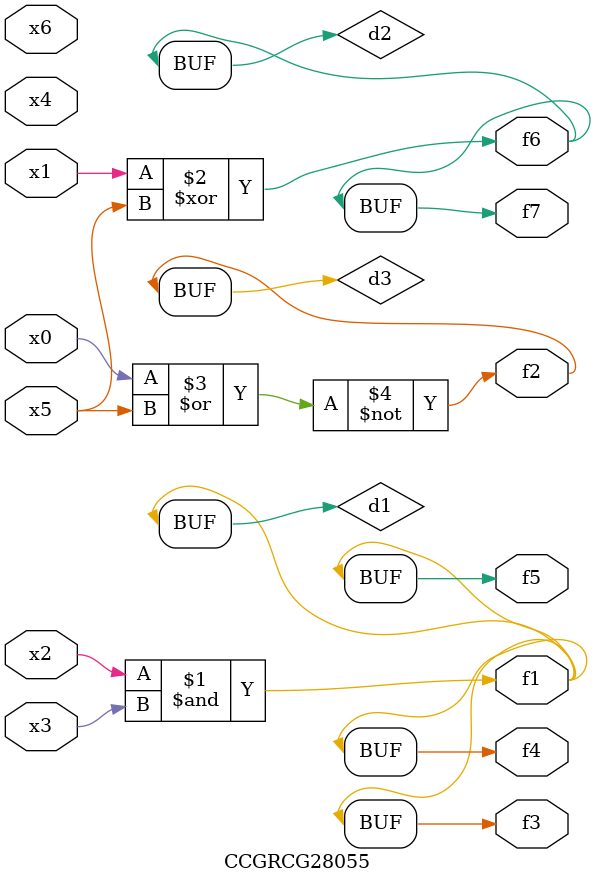
<source format=v>
module CCGRCG28055(
	input x0, x1, x2, x3, x4, x5, x6,
	output f1, f2, f3, f4, f5, f6, f7
);

	wire d1, d2, d3;

	and (d1, x2, x3);
	xor (d2, x1, x5);
	nor (d3, x0, x5);
	assign f1 = d1;
	assign f2 = d3;
	assign f3 = d1;
	assign f4 = d1;
	assign f5 = d1;
	assign f6 = d2;
	assign f7 = d2;
endmodule

</source>
